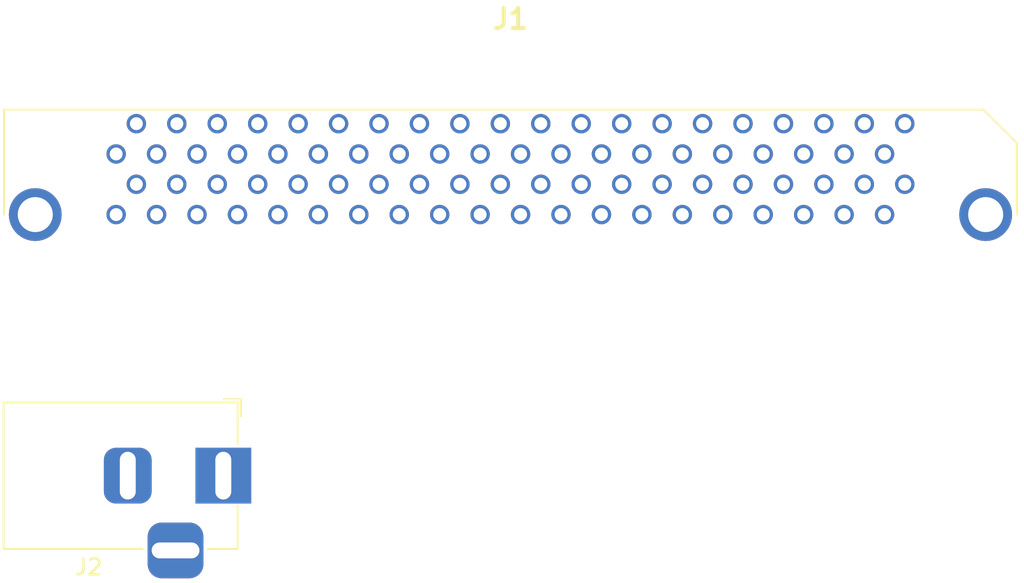
<source format=kicad_pcb>
(kicad_pcb (version 20240108) (generator "pcbnew") (generator_version "8.0")
  (layers (0 "F.Cu" signal) (31 "B.Cu" signal) (34 "B.Paste" user) (35 "F.Paste" user) (36 "B.SilkS" user "B.Silkscreen") (37 "F.SilkS" user "F.Silkscreen") (38 "B.Mask" user) (39 "F.Mask" user) (44 "Edge.Cuts" user))
  (net 0 "")
  (net 2 "GND")
  (net 10 "V_{IN}")
  (net 55 "VBUS")
  (footprint "Connector_BarrelJack:BarrelJack_Horizontal" (layer "F.Cu") (at 91 108.3)
    (property "Reference" "J2" (at -8.45 5.75 0) (layer "F.SilkS"))
    (property "Value" "Barrel_Jack_Switch")
    (fp_line (start -13.8 -4.6) (end 0.9 -4.6) (stroke (width 0.12)) (layer "F.SilkS"))
    (fp_line (start -13.8 4.6) (end -13.8 -4.6) (stroke (width 0.12)) (layer "F.SilkS"))
    (fp_line (start -5 4.6) (end -13.8 4.6) (stroke (width 0.12)) (layer "F.SilkS"))
    (fp_line (start 0.05 -4.8) (end 1.1 -4.8) (stroke (width 0.12)) (layer "F.SilkS"))
    (fp_line (start 0.9 -4.6) (end 0.9 -2) (stroke (width 0.12)) (layer "F.SilkS"))
    (fp_line (start 0.9 1.9) (end 0.9 4.6) (stroke (width 0.12)) (layer "F.SilkS"))
    (fp_line (start 0.9 4.6) (end -1 4.6) (stroke (width 0.12)) (layer "F.SilkS"))
    (fp_line (start 1.1 -3.75) (end 1.1 -4.8) (stroke (width 0.12)) (layer "F.SilkS"))
    (pad "1" thru_hole rect (at 0 0) (size 3.5 3.5) (drill oval 1 3) (layers "*.Cu" "*.Mask") (net 55 "VBUS"))
    (pad "2" thru_hole roundrect (at -6 0) (size 3 3.5) (drill oval 1 3) (layers "*.Cu" "*.Mask") (net 2 "GND"))
    (pad "3" thru_hole roundrect (at -3 4.7) (size 3.5 3.5) (drill oval 3 1) (layers "*.Cu" "*.Mask") (net 2 "GND"))
  )
  (footprint "ops-dock:JAE_TX24-80R-LT-H1E" (layer "F.Cu") (at 109.035 91.89)
    (property "Reference" "J1" (at 0 -12.3 180) (layer "F.SilkS") (effects (font (size 1.27 1.27) (thickness 0.254))))
    (property "Value" "~" (hide yes))
    (fp_line (start -31.8 -6.6) (end 29.7 -6.6) (stroke (width 0.12)) (layer "F.SilkS"))
    (fp_line (start -31.8 0) (end -31.8 -6.6) (stroke (width 0.12)) (layer "F.SilkS"))
    (fp_line (start 29.7 -6.6) (end 31.8 -4.5) (stroke (width 0.12)) (layer "F.SilkS"))
    (fp_line (start 31.8 -4.5) (end 31.8 0) (stroke (width 0.12)) (layer "F.SilkS"))
    (pad "1" thru_hole circle (at 24.765 -5.715 180) (size 1.2192 1.2192) (drill 0.8128) (layers "*.Cu" "*.Mask"))
    (pad "2" thru_hole circle (at 23.495 -3.81 180) (size 1.2192 1.2192) (drill 0.8128) (layers "*.Cu" "*.Mask"))
    (pad "3" thru_hole circle (at 22.225 -5.715 180) (size 1.2192 1.2192) (drill 0.8128) (layers "*.Cu" "*.Mask") (net 2 "GND"))
    (pad "4" thru_hole circle (at 20.955 -3.81 180) (size 1.2192 1.2192) (drill 0.8128) (layers "*.Cu" "*.Mask"))
    (pad "5" thru_hole circle (at 19.685 -5.715 180) (size 1.2192 1.2192) (drill 0.8128) (layers "*.Cu" "*.Mask"))
    (pad "6" thru_hole circle (at 18.415 -3.81 180) (size 1.2192 1.2192) (drill 0.8128) (layers "*.Cu" "*.Mask") (net 2 "GND"))
    (pad "7" thru_hole circle (at 17.145 -5.715 180) (size 1.2192 1.2192) (drill 0.8128) (layers "*.Cu" "*.Mask"))
    (pad "8" thru_hole circle (at 15.875 -3.81 180) (size 1.2192 1.2192) (drill 0.8128) (layers "*.Cu" "*.Mask"))
    (pad "9" thru_hole circle (at 14.605 -5.715 180) (size 1.2192 1.2192) (drill 0.8128) (layers "*.Cu" "*.Mask") (net 2 "GND"))
    (pad "10" thru_hole circle (at 13.335 -3.81 180) (size 1.2192 1.2192) (drill 0.8128) (layers "*.Cu" "*.Mask"))
    (pad "11" thru_hole circle (at 12.065 -5.715 180) (size 1.2192 1.2192) (drill 0.8128) (layers "*.Cu" "*.Mask"))
    (pad "12" thru_hole circle (at 10.795 -3.81 180) (size 1.2192 1.2192) (drill 0.8128) (layers "*.Cu" "*.Mask") (net 2 "GND"))
    (pad "13" thru_hole circle (at 9.525 -5.715 180) (size 1.2192 1.2192) (drill 0.8128) (layers "*.Cu" "*.Mask"))
    (pad "14" thru_hole circle (at 8.255 -3.81 180) (size 1.2192 1.2192) (drill 0.8128) (layers "*.Cu" "*.Mask"))
    (pad "15" thru_hole circle (at 6.985 -5.715 180) (size 1.2192 1.2192) (drill 0.8128) (layers "*.Cu" "*.Mask"))
    (pad "16" thru_hole circle (at 5.715 -3.81 180) (size 1.2192 1.2192) (drill 0.8128) (layers "*.Cu" "*.Mask") (net 2 "GND"))
    (pad "17" thru_hole circle (at 4.445 -5.715 180) (size 1.2192 1.2192) (drill 0.8128) (layers "*.Cu" "*.Mask"))
    (pad "18" thru_hole circle (at 3.175 -3.81 180) (size 1.2192 1.2192) (drill 0.8128) (layers "*.Cu" "*.Mask"))
    (pad "19" thru_hole circle (at 1.905 -5.715 180) (size 1.2192 1.2192) (drill 0.8128) (layers "*.Cu" "*.Mask") (net 2 "GND"))
    (pad "20" thru_hole circle (at 0.635 -3.81 180) (size 1.2192 1.2192) (drill 0.8128) (layers "*.Cu" "*.Mask"))
    (pad "21" thru_hole circle (at -0.635 -5.715 180) (size 1.2192 1.2192) (drill 0.8128) (layers "*.Cu" "*.Mask"))
    (pad "22" thru_hole circle (at -1.905 -3.81 180) (size 1.2192 1.2192) (drill 0.8128) (layers "*.Cu" "*.Mask") (net 2 "GND"))
    (pad "23" thru_hole circle (at -3.175 -5.715 180) (size 1.2192 1.2192) (drill 0.8128) (layers "*.Cu" "*.Mask"))
    (pad "24" thru_hole circle (at -4.445 -3.81 180) (size 1.2192 1.2192) (drill 0.8128) (layers "*.Cu" "*.Mask"))
    (pad "25" thru_hole circle (at -5.715 -5.715 180) (size 1.2192 1.2192) (drill 0.8128) (layers "*.Cu" "*.Mask") (net 2 "GND"))
    (pad "26" thru_hole circle (at -6.985 -3.81 180) (size 1.2192 1.2192) (drill 0.8128) (layers "*.Cu" "*.Mask"))
    (pad "27" thru_hole circle (at -8.255 -5.715 180) (size 1.2192 1.2192) (drill 0.8128) (layers "*.Cu" "*.Mask"))
    (pad "28" thru_hole circle (at -9.525 -3.81 180) (size 1.2192 1.2192) (drill 0.8128) (layers "*.Cu" "*.Mask") (net 2 "GND"))
    (pad "29" thru_hole circle (at -10.795 -5.715 180) (size 1.2192 1.2192) (drill 0.8128) (layers "*.Cu" "*.Mask"))
    (pad "30" thru_hole circle (at -12.065 -3.81 180) (size 1.2192 1.2192) (drill 0.8128) (layers "*.Cu" "*.Mask"))
    (pad "31" thru_hole circle (at -13.335 -5.715 180) (size 1.2192 1.2192) (drill 0.8128) (layers "*.Cu" "*.Mask"))
    (pad "32" thru_hole circle (at -14.605 -3.81 180) (size 1.2192 1.2192) (drill 0.8128) (layers "*.Cu" "*.Mask") (net 2 "GND"))
    (pad "33" thru_hole circle (at -15.875 -5.715 180) (size 1.2192 1.2192) (drill 0.8128) (layers "*.Cu" "*.Mask") (net 10 "V_{IN}"))
    (pad "34" thru_hole circle (at -17.145 -3.81 180) (size 1.2192 1.2192) (drill 0.8128) (layers "*.Cu" "*.Mask") (net 10 "V_{IN}"))
    (pad "35" thru_hole circle (at -18.415 -5.715 180) (size 1.2192 1.2192) (drill 0.8128) (layers "*.Cu" "*.Mask") (net 10 "V_{IN}"))
    (pad "36" thru_hole circle (at -19.685 -3.81 180) (size 1.2192 1.2192) (drill 0.8128) (layers "*.Cu" "*.Mask") (net 10 "V_{IN}"))
    (pad "37" thru_hole circle (at -20.955 -5.715 180) (size 1.2192 1.2192) (drill 0.8128) (layers "*.Cu" "*.Mask") (net 10 "V_{IN}"))
    (pad "38" thru_hole circle (at -22.225 -3.81 180) (size 1.2192 1.2192) (drill 0.8128) (layers "*.Cu" "*.Mask") (net 10 "V_{IN}"))
    (pad "39" thru_hole circle (at -23.495 -5.715 180) (size 1.2192 1.2192) (drill 0.8128) (layers "*.Cu" "*.Mask") (net 10 "V_{IN}"))
    (pad "40" thru_hole circle (at -24.765 -3.81 180) (size 1.2192 1.2192) (drill 0.8128) (layers "*.Cu" "*.Mask") (net 10 "V_{IN}"))
    (pad "41" thru_hole circle (at 24.765 -1.905 180) (size 1.2192 1.2192) (drill 0.8128) (layers "*.Cu" "*.Mask"))
    (pad "42" thru_hole circle (at 23.495 0 180) (size 1.2192 1.2192) (drill 0.8128) (layers "*.Cu" "*.Mask"))
    (pad "43" thru_hole circle (at 22.225 -1.905 180) (size 1.2192 1.2192) (drill 0.8128) (layers "*.Cu" "*.Mask"))
    (pad "44" thru_hole circle (at 20.955 0 180) (size 1.2192 1.2192) (drill 0.8128) (layers "*.Cu" "*.Mask"))
    (pad "45" thru_hole circle (at 19.685 -1.905 180) (size 1.2192 1.2192) (drill 0.8128) (layers "*.Cu" "*.Mask"))
    (pad "46" thru_hole circle (at 18.415 0 180) (size 1.2192 1.2192) (drill 0.8128) (layers "*.Cu" "*.Mask"))
    (pad "47" thru_hole circle (at 17.145 -1.905 180) (size 1.2192 1.2192) (drill 0.8128) (layers "*.Cu" "*.Mask"))
    (pad "48" thru_hole circle (at 15.875 0 180) (size 1.2192 1.2192) (drill 0.8128) (layers "*.Cu" "*.Mask"))
    (pad "49" thru_hole circle (at 14.605 -1.905 180) (size 1.2192 1.2192) (drill 0.8128) (layers "*.Cu" "*.Mask"))
    (pad "50" thru_hole circle (at 13.335 0 180) (size 1.2192 1.2192) (drill 0.8128) (layers "*.Cu" "*.Mask"))
    (pad "51" thru_hole circle (at 12.065 -1.905 180) (size 1.2192 1.2192) (drill 0.8128) (layers "*.Cu" "*.Mask"))
    (pad "52" thru_hole circle (at 10.795 0 180) (size 1.2192 1.2192) (drill 0.8128) (layers "*.Cu" "*.Mask"))
    (pad "53" thru_hole circle (at 9.525 -1.905 180) (size 1.2192 1.2192) (drill 0.8128) (layers "*.Cu" "*.Mask") (net 2 "GND"))
    (pad "54" thru_hole circle (at 8.255 0 180) (size 1.2192 1.2192) (drill 0.8128) (layers "*.Cu" "*.Mask"))
    (pad "55" thru_hole circle (at 6.985 -1.905 180) (size 1.2192 1.2192) (drill 0.8128) (layers "*.Cu" "*.Mask"))
    (pad "56" thru_hole circle (at 5.715 0 180) (size 1.2192 1.2192) (drill 0.8128) (layers "*.Cu" "*.Mask") (net 2 "GND"))
    (pad "57" thru_hole circle (at 4.445 -1.905 180) (size 1.2192 1.2192) (drill 0.8128) (layers "*.Cu" "*.Mask"))
    (pad "58" thru_hole circle (at 3.175 0 180) (size 1.2192 1.2192) (drill 0.8128) (layers "*.Cu" "*.Mask"))
    (pad "59" thru_hole circle (at 1.905 -1.905 180) (size 1.2192 1.2192) (drill 0.8128) (layers "*.Cu" "*.Mask") (net 2 "GND"))
    (pad "60" thru_hole circle (at 0.635 0 180) (size 1.2192 1.2192) (drill 0.8128) (layers "*.Cu" "*.Mask"))
    (pad "61" thru_hole circle (at -0.635 -1.905 180) (size 1.2192 1.2192) (drill 0.8128) (layers "*.Cu" "*.Mask"))
    (pad "62" thru_hole circle (at -1.905 0 180) (size 1.2192 1.2192) (drill 0.8128) (layers "*.Cu" "*.Mask") (net 2 "GND"))
    (pad "63" thru_hole circle (at -3.175 -1.905 180) (size 1.2192 1.2192) (drill 0.8128) (layers "*.Cu" "*.Mask"))
    (pad "64" thru_hole circle (at -4.445 0 180) (size 1.2192 1.2192) (drill 0.8128) (layers "*.Cu" "*.Mask"))
    (pad "65" thru_hole circle (at -5.715 -1.905 180) (size 1.2192 1.2192) (drill 0.8128) (layers "*.Cu" "*.Mask") (net 2 "GND"))
    (pad "66" thru_hole circle (at -6.985 0 180) (size 1.2192 1.2192) (drill 0.8128) (layers "*.Cu" "*.Mask"))
    (pad "67" thru_hole circle (at -8.255 -1.905 180) (size 1.2192 1.2192) (drill 0.8128) (layers "*.Cu" "*.Mask"))
    (pad "68" thru_hole circle (at -9.525 0 180) (size 1.2192 1.2192) (drill 0.8128) (layers "*.Cu" "*.Mask") (net 2 "GND"))
    (pad "69" thru_hole circle (at -10.795 -1.905 180) (size 1.2192 1.2192) (drill 0.8128) (layers "*.Cu" "*.Mask"))
    (pad "70" thru_hole circle (at -12.065 0 180) (size 1.2192 1.2192) (drill 0.8128) (layers "*.Cu" "*.Mask"))
    (pad "71" thru_hole circle (at -13.335 -1.905 180) (size 1.2192 1.2192) (drill 0.8128) (layers "*.Cu" "*.Mask"))
    (pad "72" thru_hole circle (at -14.605 0 180) (size 1.2192 1.2192) (drill 0.8128) (layers "*.Cu" "*.Mask"))
    (pad "73" thru_hole circle (at -15.875 -1.905 180) (size 1.2192 1.2192) (drill 0.8128) (layers "*.Cu" "*.Mask"))
    (pad "74" thru_hole circle (at -17.145 0 180) (size 1.2192 1.2192) (drill 0.8128) (layers "*.Cu" "*.Mask"))
    (pad "75" thru_hole circle (at -18.415 -1.905 180) (size 1.2192 1.2192) (drill 0.8128) (layers "*.Cu" "*.Mask") (net 2 "GND"))
    (pad "76" thru_hole circle (at -19.685 0 180) (size 1.2192 1.2192) (drill 0.8128) (layers "*.Cu" "*.Mask") (net 2 "GND"))
    (pad "77" thru_hole circle (at -20.955 -1.905 180) (size 1.2192 1.2192) (drill 0.8128) (layers "*.Cu" "*.Mask") (net 2 "GND"))
    (pad "78" thru_hole circle (at -22.225 0 180) (size 1.2192 1.2192) (drill 0.8128) (layers "*.Cu" "*.Mask") (net 2 "GND"))
    (pad "79" thru_hole circle (at -23.495 -1.905 180) (size 1.2192 1.2192) (drill 0.8128) (layers "*.Cu" "*.Mask") (net 2 "GND"))
    (pad "80" thru_hole circle (at -24.765 0 180) (size 1.2192 1.2192) (drill 0.8128) (layers "*.Cu" "*.Mask") (net 2 "GND"))
    (pad "MP" thru_hole circle (at -29.845 0 180) (size 3.3147 3.3147) (drill 2.2) (layers "*.Cu" "*.Mask"))
    (pad "MP" thru_hole circle (at 29.845 0 180) (size 3.3147 3.3147) (drill 2.2) (layers "*.Cu" "*.Mask"))
  )
)
</source>
